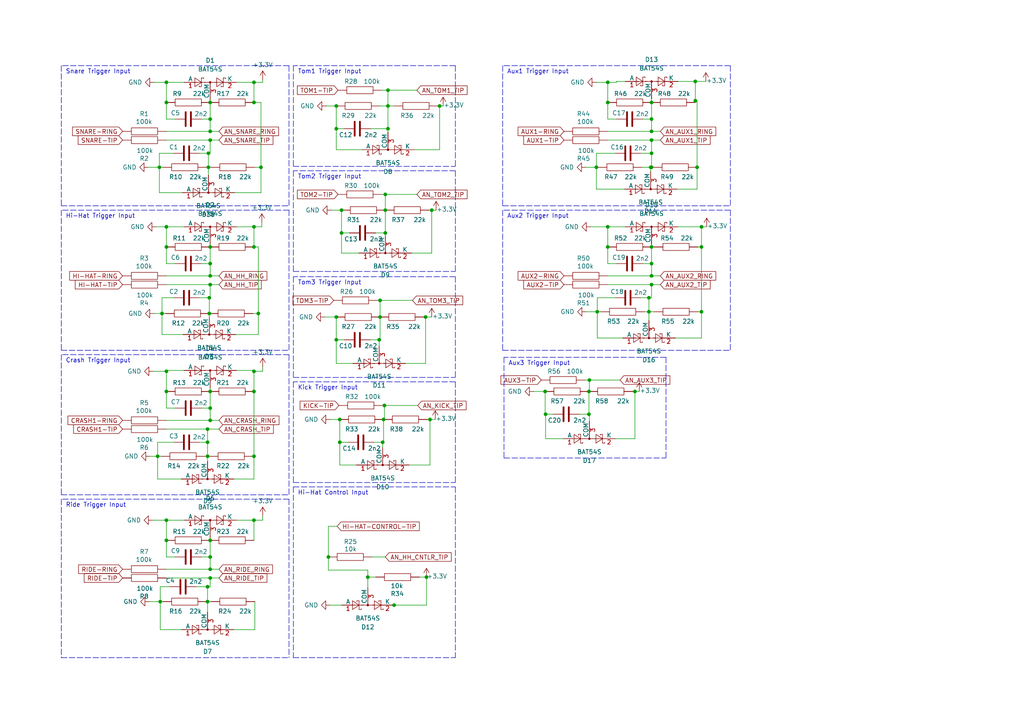
<source format=kicad_sch>
(kicad_sch (version 20230121) (generator eeschema)
  (paper "A4")
  (junction (at 97.536 37.338))
  (junction (at 48.26 23.876))
  (junction (at 203.454 90.424))
  (junction (at 97.536 30.734))
  (junction (at 48.26 150.876))
  (junction (at 75.692 48.514))
  (junction (at 158.242 120.142))
  (junction (at 60.96 167.64))
  (junction (at 73.66 71.628))
  (junction (at 188.976 71.628))
  (junction (at 97.536 91.948))
  (junction (at 110.998 128.27))
  (junction (at 99.06 60.96))
  (junction (at 170.815 120.142))
  (junction (at 176.276 71.628))
  (junction (at 48.26 29.718))
  (junction (at 158.115 113.538))
  (junction (at 60.96 80.01))
  (junction (at 188.976 48.514))
  (junction (at 74.93 90.932))
  (junction (at 188.976 34.544))
  (junction (at 188.976 29.718))
  (junction (at 202.184 48.514))
  (junction (at 188.976 82.55))
  (junction (at 188.976 40.64))
  (junction (at 60.96 121.92))
  (junction (at 99.06 67.564))
  (junction (at 203.454 65.786))
  (junction (at 188.976 76.454))
  (junction (at 176.276 29.718))
  (junction (at 173.228 90.424))
  (junction (at 73.66 107.696))
  (junction (at 46.228 48.514))
  (junction (at 60.96 118.364))
  (junction (at 111.252 121.666))
  (junction (at 60.96 156.718))
  (junction (at 114.3 175.514))
  (junction (at 124.714 121.666))
  (junction (at 60.198 174.498))
  (junction (at 60.706 90.932))
  (junction (at 110.236 91.948))
  (junction (at 48.26 113.538))
  (junction (at 60.96 165.1))
  (junction (at 73.66 150.876))
  (junction (at 60.96 40.64))
  (junction (at 60.96 29.718))
  (junction (at 60.96 71.628))
  (junction (at 112.522 37.338))
  (junction (at 48.26 107.696))
  (junction (at 60.96 113.538))
  (junction (at 60.198 124.46))
  (junction (at 98.552 121.666))
  (junction (at 111.76 67.564))
  (junction (at 201.676 29.21))
  (junction (at 73.66 65.786))
  (junction (at 170.815 113.538))
  (junction (at 60.198 170.18))
  (junction (at 172.974 48.514))
  (junction (at 170.942 110.236))
  (junction (at 188.976 38.1))
  (junction (at 111.506 117.602))
  (junction (at 73.66 132.334))
  (junction (at 60.198 128.27))
  (junction (at 109.982 98.552))
  (junction (at 95.25 161.544))
  (junction (at 176.276 23.876))
  (junction (at 60.96 34.544))
  (junction (at 60.198 132.334))
  (junction (at 46.99 90.932))
  (junction (at 123.698 167.386))
  (junction (at 60.96 161.544))
  (junction (at 98.552 128.27))
  (junction (at 127.508 30.734))
  (junction (at 60.452 48.514))
  (junction (at 201.676 23.622))
  (junction (at 203.454 71.628))
  (junction (at 73.66 23.876))
  (junction (at 188.722 48.514))
  (junction (at 45.72 132.334))
  (junction (at 111.76 60.96))
  (junction (at 111.76 56.388))
  (junction (at 184.15 113.538))
  (junction (at 112.522 30.734))
  (junction (at 73.66 113.538))
  (junction (at 60.96 38.1))
  (junction (at 48.26 71.628))
  (junction (at 188.214 90.424))
  (junction (at 97.536 98.552))
  (junction (at 123.444 91.948))
  (junction (at 60.96 82.55))
  (junction (at 48.26 65.786))
  (junction (at 112.522 26.162))
  (junction (at 188.214 86.36))
  (junction (at 60.96 76.454))
  (junction (at 60.706 86.36))
  (junction (at 48.26 156.718))
  (junction (at 188.976 44.45))
  (junction (at 60.452 44.45))
  (junction (at 176.276 65.786))
  (junction (at 188.976 80.01))
  (junction (at 46.482 174.498))
  (junction (at 106.68 167.386))
  (junction (at 125.222 60.96))
  (junction (at 110.236 87.122))
  (junction (at 73.66 29.718))
  (wire (pts (xy 48.26 82.55) (xy 60.96 82.55)))
  (wire (pts (xy 57.912 86.36) (xy 60.706 86.36)))
  (wire (pts (xy 123.444 91.948) (xy 122.936 91.948)))
  (wire (pts (xy 121.666 167.386) (xy 123.698 167.386)))
  (wire (pts (xy 48.26 23.876) (xy 48.26 29.718)))
  (wire (pts (xy 188.214 86.36) (xy 188.214 90.424)))
  (wire (pts (xy 188.976 70.866) (xy 188.976 71.628)))
  (wire (pts (xy 108.458 128.27) (xy 110.998 128.27)))
  (wire (pts (xy 52.578 138.938) (xy 45.72 138.938)))
  (wire (pts (xy 61.214 174.498) (xy 60.198 174.498)))
  (wire (pts (xy 73.66 71.628) (xy 74.93 71.628)))
  (wire (pts (xy 172.974 54.864) (xy 172.974 48.514)))
  (wire (pts (xy 188.214 90.424) (xy 189.738 90.424)))
  (wire (pts (xy 46.228 48.514) (xy 47.244 48.514)))
  (wire (pts (xy 118.618 134.874) (xy 124.714 134.874)))
  (wire (pts (xy 45.339 65.786) (xy 48.26 65.786)))
  (wire (pts (xy 188.976 76.454) (xy 188.976 80.01)))
  (wire (pts (xy 127.508 30.734) (xy 128.524 30.734)))
  (wire (pts (xy 125.222 60.96) (xy 124.46 60.96)))
  (wire (pts (xy 48.26 165.1) (xy 60.96 165.1)))
  (polyline (pts (xy 83.82 102.87) (xy 83.82 143.51)) (stroke (width 0) (type dash)))
  (wire (pts (xy 57.912 44.45) (xy 60.452 44.45)))
  (wire (pts (xy 60.452 90.932) (xy 60.706 90.932)))
  (polyline (pts (xy 146.177 132.842) (xy 193.167 132.842)) (stroke (width 0) (type dash)))
  (polyline (pts (xy 83.82 144.78) (xy 83.82 190.754)) (stroke (width 0) (type dash)))
  (wire (pts (xy 202.438 90.424) (xy 203.454 90.424)))
  (wire (pts (xy 108.966 67.564) (xy 111.76 67.564)))
  (wire (pts (xy 48.26 80.01) (xy 60.96 80.01)))
  (wire (pts (xy 112.522 30.734) (xy 112.522 26.162)))
  (wire (pts (xy 106.68 165.354) (xy 106.68 167.386)))
  (wire (pts (xy 76.2 23.114) (xy 76.2 23.876)))
  (wire (pts (xy 60.96 29.718) (xy 60.96 34.544)))
  (wire (pts (xy 110.998 128.27) (xy 110.998 129.794)))
  (wire (pts (xy 49.276 170.18) (xy 46.482 170.18)))
  (wire (pts (xy 68.58 23.876) (xy 73.66 23.876)))
  (wire (pts (xy 48.26 107.696) (xy 48.26 113.538)))
  (wire (pts (xy 106.68 165.354) (xy 95.25 165.354)))
  (wire (pts (xy 48.26 124.46) (xy 60.198 124.46)))
  (wire (pts (xy 60.198 170.18) (xy 60.198 174.498)))
  (polyline (pts (xy 85.09 80.264) (xy 85.09 109.474)) (stroke (width 0) (type dash)))
  (polyline (pts (xy 85.09 141.224) (xy 132.08 141.224)) (stroke (width 0) (type dash)))
  (polyline (pts (xy 85.09 49.53) (xy 85.09 78.74)) (stroke (width 0) (type dash)))
  (wire (pts (xy 170.815 120.142) (xy 170.942 120.142)))
  (wire (pts (xy 203.454 65.786) (xy 204.978 65.786)))
  (wire (pts (xy 48.26 65.786) (xy 53.34 65.786)))
  (wire (pts (xy 97.536 105.41) (xy 97.536 98.552)))
  (polyline (pts (xy 132.08 110.744) (xy 132.08 139.954)) (stroke (width 0) (type dash)))
  (wire (pts (xy 76.2 106.426) (xy 76.2 107.696)))
  (wire (pts (xy 110.744 56.388) (xy 111.76 56.388)))
  (wire (pts (xy 107.95 161.544) (xy 111.76 161.544)))
  (polyline (pts (xy 145.796 60.96) (xy 145.796 101.6)) (stroke (width 0) (type dash)))
  (wire (pts (xy 60.452 48.514) (xy 60.452 50.8)))
  (wire (pts (xy 46.99 97.028) (xy 46.99 90.932)))
  (wire (pts (xy 188.976 48.514) (xy 189.484 48.514)))
  (wire (pts (xy 68.58 150.876) (xy 73.66 150.876)))
  (wire (pts (xy 48.26 150.876) (xy 48.26 156.718)))
  (polyline (pts (xy 132.08 19.05) (xy 132.08 48.26)) (stroke (width 0) (type dash)))
  (wire (pts (xy 46.482 182.626) (xy 46.482 174.498)))
  (wire (pts (xy 60.198 174.498) (xy 60.198 177.546)))
  (wire (pts (xy 73.66 150.876) (xy 73.66 156.718)))
  (wire (pts (xy 46.99 86.36) (xy 50.292 86.36)))
  (wire (pts (xy 60.96 40.64) (xy 60.96 44.45)))
  (wire (pts (xy 188.976 34.544) (xy 188.976 38.1)))
  (wire (pts (xy 60.198 124.46) (xy 63.5 124.46)))
  (wire (pts (xy 75.692 48.514) (xy 75.692 29.718)))
  (wire (pts (xy 73.406 90.932) (xy 74.93 90.932)))
  (polyline (pts (xy 17.78 144.78) (xy 17.78 190.754)) (stroke (width 0) (type dash)))
  (wire (pts (xy 201.676 29.21) (xy 201.676 29.718)))
  (wire (pts (xy 196.596 23.622) (xy 201.676 23.622)))
  (wire (pts (xy 160.401 120.142) (xy 158.242 120.142)))
  (wire (pts (xy 73.914 48.514) (xy 75.692 48.514)))
  (wire (pts (xy 176.276 71.628) (xy 176.276 76.454)))
  (wire (pts (xy 201.676 23.622) (xy 201.676 29.21)))
  (wire (pts (xy 60.96 40.64) (xy 63.5 40.64)))
  (wire (pts (xy 104.902 43.434) (xy 97.536 43.434)))
  (wire (pts (xy 60.198 132.334) (xy 60.198 133.858)))
  (wire (pts (xy 186.944 90.424) (xy 188.214 90.424)))
  (wire (pts (xy 202.184 48.514) (xy 202.184 29.21)))
  (wire (pts (xy 60.96 113.538) (xy 60.96 118.364)))
  (wire (pts (xy 107.442 98.552) (xy 109.982 98.552)))
  (wire (pts (xy 170.942 110.236) (xy 179.832 110.236)))
  (wire (pts (xy 97.536 98.552) (xy 97.536 91.948)))
  (wire (pts (xy 52.578 182.626) (xy 46.482 182.626)))
  (wire (pts (xy 48.26 118.364) (xy 50.8 118.364)))
  (wire (pts (xy 45.72 132.334) (xy 46.736 132.334)))
  (wire (pts (xy 158.242 120.142) (xy 158.242 127.254)))
  (wire (pts (xy 99.06 60.96) (xy 99.06 67.564)))
  (wire (pts (xy 176.276 34.544) (xy 178.816 34.544)))
  (wire (pts (xy 75.946 65.786) (xy 73.66 65.786)))
  (polyline (pts (xy 17.78 101.6) (xy 83.82 101.6)) (stroke (width 0) (type dash)))
  (wire (pts (xy 73.66 107.696) (xy 76.2 107.696)))
  (wire (pts (xy 111.252 128.27) (xy 111.252 121.666)))
  (wire (pts (xy 60.96 156.718) (xy 60.96 161.544)))
  (wire (pts (xy 48.26 71.628) (xy 48.26 76.454)))
  (wire (pts (xy 188.976 71.628) (xy 188.976 76.454)))
  (wire (pts (xy 171.323 65.786) (xy 176.276 65.786)))
  (wire (pts (xy 163.322 127.254) (xy 158.242 127.254)))
  (wire (pts (xy 109.982 98.552) (xy 109.982 100.33)))
  (wire (pts (xy 60.96 34.544) (xy 60.96 38.1)))
  (wire (pts (xy 68.58 107.442) (xy 73.66 107.442)))
  (polyline (pts (xy 211.836 19.05) (xy 145.796 19.05)) (stroke (width 0) (type dash)))
  (wire (pts (xy 178.816 23.622) (xy 178.816 23.876)))
  (wire (pts (xy 170.053 90.424) (xy 173.228 90.424)))
  (wire (pts (xy 176.276 38.1) (xy 188.976 38.1)))
  (polyline (pts (xy 85.09 78.74) (xy 132.08 78.74)) (stroke (width 0) (type dash)))
  (wire (pts (xy 123.444 91.948) (xy 125.222 91.948)))
  (polyline (pts (xy 85.09 141.224) (xy 85.09 190.754)) (stroke (width 0) (type dash)))
  (wire (pts (xy 111.506 117.602) (xy 111.506 121.666)))
  (wire (pts (xy 110.744 26.162) (xy 112.522 26.162)))
  (wire (pts (xy 112.522 37.338) (xy 112.522 30.734)))
  (wire (pts (xy 114.173 175.514) (xy 114.3 175.514)))
  (wire (pts (xy 60.96 112.522) (xy 60.96 113.538)))
  (polyline (pts (xy 145.796 101.6) (xy 211.836 101.6)) (stroke (width 0) (type dash)))
  (wire (pts (xy 43.053 48.514) (xy 46.228 48.514)))
  (wire (pts (xy 60.452 44.45) (xy 60.96 44.45)))
  (wire (pts (xy 68.58 65.786) (xy 73.66 65.786)))
  (wire (pts (xy 123.444 105.41) (xy 123.444 91.948)))
  (wire (pts (xy 46.228 44.45) (xy 50.292 44.45)))
  (wire (pts (xy 58.42 118.364) (xy 60.96 118.364)))
  (wire (pts (xy 97.536 43.434) (xy 97.536 37.338)))
  (wire (pts (xy 100.838 128.27) (xy 98.552 128.27)))
  (wire (pts (xy 48.26 29.718) (xy 48.26 34.544)))
  (wire (pts (xy 60.452 44.45) (xy 60.452 48.514)))
  (polyline (pts (xy 85.09 190.754) (xy 132.08 190.754)) (stroke (width 0) (type dash)))
  (wire (pts (xy 44.323 150.876) (xy 48.26 150.876)))
  (wire (pts (xy 75.946 64.516) (xy 75.946 65.786)))
  (wire (pts (xy 95.758 121.666) (xy 98.552 121.666)))
  (wire (pts (xy 68.326 97.028) (xy 74.93 97.028)))
  (wire (pts (xy 60.96 165.1) (xy 63.5 165.1)))
  (wire (pts (xy 188.976 44.45) (xy 188.976 48.514)))
  (polyline (pts (xy 193.167 103.632) (xy 193.167 132.842)) (stroke (width 0) (type dash)))
  (wire (pts (xy 48.26 167.64) (xy 60.96 167.64)))
  (wire (pts (xy 188.214 86.36) (xy 188.976 86.36)))
  (wire (pts (xy 110.998 117.602) (xy 111.506 117.602)))
  (wire (pts (xy 178.816 23.876) (xy 176.276 23.876)))
  (wire (pts (xy 180.594 98.044) (xy 173.228 98.044)))
  (wire (pts (xy 127.508 30.734) (xy 127 30.734)))
  (wire (pts (xy 48.26 156.718) (xy 48.26 161.544)))
  (wire (pts (xy 127.508 43.434) (xy 127.508 30.734)))
  (wire (pts (xy 75.692 55.88) (xy 75.692 48.514)))
  (wire (pts (xy 172.974 23.876) (xy 176.276 23.876)))
  (wire (pts (xy 112.522 30.734) (xy 114.3 30.734)))
  (wire (pts (xy 94.234 91.948) (xy 97.536 91.948)))
  (wire (pts (xy 61.214 48.514) (xy 60.452 48.514)))
  (wire (pts (xy 158.115 120.142) (xy 158.115 113.538)))
  (wire (pts (xy 172.974 48.514) (xy 173.482 48.514)))
  (wire (pts (xy 46.228 44.45) (xy 46.228 48.514)))
  (wire (pts (xy 43.307 174.498) (xy 44.577 174.498)))
  (polyline (pts (xy 83.82 60.96) (xy 17.78 60.96)) (stroke (width 0) (type dash)))
  (wire (pts (xy 186.436 34.544) (xy 188.976 34.544)))
  (polyline (pts (xy 17.78 143.51) (xy 83.82 143.51)) (stroke (width 0) (type dash)))
  (polyline (pts (xy 193.167 103.632) (xy 146.177 103.632)) (stroke (width 0) (type dash)))
  (wire (pts (xy 201.676 23.622) (xy 204.724 23.622)))
  (polyline (pts (xy 17.78 60.96) (xy 17.78 101.6)) (stroke (width 0) (type dash)))
  (wire (pts (xy 111.76 67.564) (xy 111.76 60.96)))
  (polyline (pts (xy 17.78 102.87) (xy 17.78 143.51)) (stroke (width 0) (type dash)))
  (wire (pts (xy 202.184 29.21) (xy 201.676 29.21)))
  (polyline (pts (xy 211.836 60.96) (xy 145.796 60.96)) (stroke (width 0) (type dash)))
  (wire (pts (xy 60.96 76.454) (xy 60.96 80.01)))
  (wire (pts (xy 60.96 28.956) (xy 60.96 29.718)))
  (wire (pts (xy 56.896 170.18) (xy 60.198 170.18)))
  (wire (pts (xy 112.522 38.354) (xy 112.522 37.338)))
  (wire (pts (xy 188.976 40.64) (xy 191.516 40.64)))
  (wire (pts (xy 53.34 107.442) (xy 48.26 107.442)))
  (wire (pts (xy 109.982 98.552) (xy 110.236 98.552)))
  (wire (pts (xy 52.832 55.88) (xy 46.228 55.88)))
  (wire (pts (xy 158.242 120.142) (xy 158.115 120.142)))
  (wire (pts (xy 172.974 44.45) (xy 172.974 48.514)))
  (wire (pts (xy 96.139 60.96) (xy 99.06 60.96)))
  (wire (pts (xy 74.93 90.932) (xy 74.93 71.628)))
  (wire (pts (xy 104.14 73.406) (xy 99.06 73.406)))
  (polyline (pts (xy 132.08 49.53) (xy 85.09 49.53)) (stroke (width 0) (type dash)))
  (wire (pts (xy 185.928 44.45) (xy 188.976 44.45)))
  (wire (pts (xy 48.26 121.92) (xy 60.96 121.92)))
  (wire (pts (xy 184.15 113.538) (xy 185.42 113.538)))
  (wire (pts (xy 67.818 138.938) (xy 73.66 138.938)))
  (polyline (pts (xy 211.836 60.96) (xy 211.836 101.6)) (stroke (width 0) (type dash)))
  (wire (pts (xy 73.66 113.538) (xy 73.66 132.334)))
  (polyline (pts (xy 145.796 19.05) (xy 145.796 59.69)) (stroke (width 0) (type dash)))
  (polyline (pts (xy 85.09 19.05) (xy 85.09 48.26)) (stroke (width 0) (type dash)))
  (wire (pts (xy 76.2 149.606) (xy 76.2 150.876)))
  (wire (pts (xy 73.66 132.334) (xy 73.66 138.938)))
  (wire (pts (xy 60.452 48.514) (xy 59.944 48.514)))
  (wire (pts (xy 60.706 86.36) (xy 60.706 90.932)))
  (wire (pts (xy 184.15 127.254) (xy 184.15 113.538)))
  (wire (pts (xy 102.362 105.41) (xy 97.536 105.41)))
  (polyline (pts (xy 17.78 59.69) (xy 83.82 59.69)) (stroke (width 0) (type dash)))
  (wire (pts (xy 188.976 82.55) (xy 188.976 86.36)))
  (polyline (pts (xy 83.82 144.78) (xy 17.78 144.78)) (stroke (width 0) (type dash)))
  (wire (pts (xy 46.482 170.18) (xy 46.482 174.498)))
  (wire (pts (xy 176.276 65.786) (xy 176.276 71.628)))
  (wire (pts (xy 188.976 40.64) (xy 188.976 44.45)))
  (wire (pts (xy 103.378 134.874) (xy 98.552 134.874)))
  (polyline (pts (xy 145.796 59.69) (xy 211.836 59.69)) (stroke (width 0) (type dash)))
  (wire (pts (xy 60.96 118.364) (xy 60.96 121.92)))
  (wire (pts (xy 48.26 23.876) (xy 53.34 23.876)))
  (wire (pts (xy 168.021 120.142) (xy 170.815 120.142)))
  (wire (pts (xy 73.66 107.442) (xy 73.66 107.696)))
  (wire (pts (xy 95.25 152.654) (xy 97.79 152.654)))
  (wire (pts (xy 98.552 128.27) (xy 98.552 134.874)))
  (wire (pts (xy 46.228 55.88) (xy 46.228 48.514)))
  (wire (pts (xy 60.96 161.544) (xy 60.96 165.1)))
  (wire (pts (xy 188.976 82.55) (xy 191.516 82.55)))
  (wire (pts (xy 73.914 182.626) (xy 73.914 174.498)))
  (wire (pts (xy 125.222 60.96) (xy 125.222 73.406)))
  (wire (pts (xy 123.698 167.386) (xy 123.698 175.514)))
  (wire (pts (xy 101.346 67.564) (xy 99.06 67.564)))
  (polyline (pts (xy 83.82 102.87) (xy 17.78 102.87)) (stroke (width 0) (type dash)))
  (wire (pts (xy 99.822 37.338) (xy 97.536 37.338)))
  (wire (pts (xy 110.236 30.734) (xy 112.522 30.734)))
  (wire (pts (xy 114.3 175.514) (xy 123.698 175.514)))
  (wire (pts (xy 44.704 90.932) (xy 46.99 90.932)))
  (polyline (pts (xy 85.09 48.26) (xy 132.08 48.26)) (stroke (width 0) (type dash)))
  (wire (pts (xy 111.76 67.564) (xy 111.76 68.326)))
  (wire (pts (xy 170.942 110.236) (xy 170.942 113.538)))
  (wire (pts (xy 59.436 132.334) (xy 60.198 132.334)))
  (wire (pts (xy 60.198 128.27) (xy 60.198 132.334)))
  (wire (pts (xy 188.976 29.718) (xy 188.976 34.544)))
  (wire (pts (xy 58.42 161.544) (xy 60.96 161.544)))
  (polyline (pts (xy 83.82 60.96) (xy 83.82 101.6)) (stroke (width 0) (type dash)))
  (wire (pts (xy 181.356 23.622) (xy 178.816 23.622)))
  (wire (pts (xy 60.96 167.64) (xy 60.96 170.18)))
  (polyline (pts (xy 132.08 141.224) (xy 132.08 190.754)) (stroke (width 0) (type dash)))
  (polyline (pts (xy 85.09 110.744) (xy 85.09 139.954)) (stroke (width 0) (type dash)))
  (wire (pts (xy 44.704 174.498) (xy 46.482 174.498)))
  (wire (pts (xy 188.214 92.964) (xy 188.214 90.424)))
  (wire (pts (xy 44.45 107.696) (xy 48.26 107.696)))
  (wire (pts (xy 173.228 86.36) (xy 178.308 86.36)))
  (wire (pts (xy 107.442 37.338) (xy 112.522 37.338)))
  (wire (pts (xy 60.198 170.18) (xy 60.96 170.18)))
  (wire (pts (xy 73.66 107.696) (xy 73.66 113.538)))
  (wire (pts (xy 196.596 65.786) (xy 203.454 65.786)))
  (wire (pts (xy 60.198 124.46) (xy 60.198 128.27)))
  (wire (pts (xy 73.66 23.876) (xy 73.66 29.718)))
  (wire (pts (xy 110.236 98.552) (xy 110.236 91.948)))
  (wire (pts (xy 186.182 48.514) (xy 188.722 48.514)))
  (wire (pts (xy 188.976 28.702) (xy 188.976 29.718)))
  (polyline (pts (xy 17.78 19.05) (xy 17.78 59.69)) (stroke (width 0) (type dash)))
  (wire (pts (xy 173.228 90.424) (xy 174.244 90.424)))
  (wire (pts (xy 176.276 23.876) (xy 176.276 29.718)))
  (wire (pts (xy 170.815 120.142) (xy 170.815 113.538)))
  (wire (pts (xy 73.66 65.786) (xy 73.66 71.628)))
  (wire (pts (xy 108.966 167.386) (xy 106.68 167.386)))
  (wire (pts (xy 188.976 80.01) (xy 191.516 80.01)))
  (wire (pts (xy 48.26 40.64) (xy 60.96 40.64)))
  (wire (pts (xy 186.436 76.454) (xy 188.976 76.454)))
  (wire (pts (xy 58.42 34.544) (xy 60.96 34.544)))
  (wire (pts (xy 176.276 29.718) (xy 176.276 34.544)))
  (wire (pts (xy 173.228 86.36) (xy 173.228 90.424)))
  (wire (pts (xy 60.96 80.01) (xy 63.5 80.01)))
  (wire (pts (xy 169.926 48.514) (xy 172.974 48.514)))
  (wire (pts (xy 188.722 48.514) (xy 188.976 48.514)))
  (wire (pts (xy 67.818 182.626) (xy 73.914 182.626)))
  (polyline (pts (xy 132.08 80.264) (xy 85.09 80.264)) (stroke (width 0) (type dash)))
  (polyline (pts (xy 132.08 110.744) (xy 85.09 110.744)) (stroke (width 0) (type dash)))
  (wire (pts (xy 124.714 121.666) (xy 126.238 121.666)))
  (wire (pts (xy 95.25 152.654) (xy 95.25 161.544)))
  (wire (pts (xy 119.38 73.406) (xy 125.222 73.406)))
  (wire (pts (xy 74.93 97.028) (xy 74.93 90.932)))
  (wire (pts (xy 48.26 65.786) (xy 48.26 71.628)))
  (wire (pts (xy 110.998 128.27) (xy 111.252 128.27)))
  (wire (pts (xy 176.276 76.454) (xy 178.816 76.454)))
  (wire (pts (xy 60.96 71.628) (xy 60.96 76.454)))
  (wire (pts (xy 48.26 107.442) (xy 48.26 107.696)))
  (polyline (pts (xy 85.09 109.474) (xy 132.08 109.474)) (stroke (width 0) (type dash)))
  (wire (pts (xy 125.222 60.96) (xy 126.492 60.96)))
  (wire (pts (xy 117.602 105.41) (xy 123.444 105.41)))
  (wire (pts (xy 57.912 128.27) (xy 60.198 128.27)))
  (wire (pts (xy 110.236 87.122) (xy 119.634 87.122)))
  (wire (pts (xy 106.68 167.386) (xy 106.68 170.434)))
  (wire (pts (xy 60.198 132.334) (xy 60.706 132.334)))
  (wire (pts (xy 60.96 155.956) (xy 60.96 156.718)))
  (wire (pts (xy 45.72 128.27) (xy 45.72 132.334)))
  (wire (pts (xy 73.406 132.334) (xy 73.66 132.334)))
  (wire (pts (xy 48.26 38.1) (xy 60.96 38.1)))
  (wire (pts (xy 176.276 80.01) (xy 188.976 80.01)))
  (polyline (pts (xy 85.09 139.954) (xy 132.08 139.954)) (stroke (width 0) (type dash)))
  (wire (pts (xy 188.976 38.1) (xy 191.516 38.1)))
  (wire (pts (xy 60.96 70.866) (xy 60.96 71.628)))
  (wire (pts (xy 95.758 175.514) (xy 99.06 175.514)))
  (wire (pts (xy 203.454 90.424) (xy 203.454 98.044)))
  (wire (pts (xy 60.198 174.498) (xy 59.944 174.498)))
  (wire (pts (xy 172.974 44.45) (xy 178.308 44.45)))
  (wire (pts (xy 110.236 87.122) (xy 110.236 91.948)))
  (wire (pts (xy 73.66 23.876) (xy 76.2 23.876)))
  (wire (pts (xy 60.96 167.64) (xy 63.5 167.64)))
  (wire (pts (xy 46.482 174.498) (xy 47.244 174.498)))
  (wire (pts (xy 60.706 90.932) (xy 60.706 91.948)))
  (wire (pts (xy 60.706 86.36) (xy 60.96 86.36)))
  (wire (pts (xy 60.96 82.55) (xy 63.5 82.55)))
  (wire (pts (xy 184.15 113.538) (xy 183.515 113.538)))
  (wire (pts (xy 111.76 56.388) (xy 120.904 56.388)))
  (wire (pts (xy 176.276 82.55) (xy 188.976 82.55)))
  (wire (pts (xy 53.086 97.028) (xy 46.99 97.028)))
  (wire (pts (xy 202.184 54.864) (xy 202.184 48.514)))
  (wire (pts (xy 60.96 121.92) (xy 63.5 121.92)))
  (wire (pts (xy 111.76 56.388) (xy 111.76 60.96)))
  (wire (pts (xy 203.454 71.628) (xy 203.454 90.424)))
  (polyline (pts (xy 83.82 19.05) (xy 17.78 19.05)) (stroke (width 0) (type dash)))
  (wire (pts (xy 60.96 38.1) (xy 63.5 38.1)))
  (wire (pts (xy 170.942 122.174) (xy 170.942 120.142)))
  (wire (pts (xy 173.228 98.044) (xy 173.228 90.424)))
  (wire (pts (xy 111.506 117.602) (xy 121.158 117.602)))
  (wire (pts (xy 48.26 161.544) (xy 50.8 161.544)))
  (wire (pts (xy 50.292 128.27) (xy 45.72 128.27)))
  (wire (pts (xy 44.704 23.876) (xy 48.26 23.876)))
  (wire (pts (xy 120.142 43.434) (xy 127.508 43.434)))
  (wire (pts (xy 176.276 65.786) (xy 181.356 65.786)))
  (polyline (pts (xy 146.177 103.632) (xy 146.177 132.842)) (stroke (width 0) (type dash)))
  (wire (pts (xy 181.102 54.864) (xy 172.974 54.864)))
  (wire (pts (xy 124.714 121.666) (xy 123.952 121.666)))
  (polyline (pts (xy 211.836 19.05) (xy 211.836 59.69)) (stroke (width 0) (type dash)))
  (wire (pts (xy 188.976 71.628) (xy 189.738 71.628)))
  (polyline (pts (xy 17.78 190.754) (xy 83.82 190.754)) (stroke (width 0) (type dash)))
  (wire (pts (xy 98.552 121.666) (xy 98.552 128.27)))
  (wire (pts (xy 176.276 40.64) (xy 188.976 40.64)))
  (wire (pts (xy 48.26 150.876) (xy 53.34 150.876)))
  (wire (pts (xy 94.615 30.734) (xy 97.536 30.734)))
  (wire (pts (xy 99.06 67.564) (xy 99.06 73.406)))
  (wire (pts (xy 48.26 113.538) (xy 48.26 118.364)))
  (wire (pts (xy 73.66 150.876) (xy 76.2 150.876)))
  (wire (pts (xy 43.561 132.334) (xy 45.72 132.334)))
  (wire (pts (xy 48.26 76.454) (xy 50.8 76.454)))
  (wire (pts (xy 48.26 34.544) (xy 50.8 34.544)))
  (polyline (pts (xy 132.08 19.05) (xy 85.09 19.05)) (stroke (width 0) (type dash)))
  (polyline (pts (xy 132.08 49.53) (xy 132.08 78.74)) (stroke (width 0) (type dash)))
  (wire (pts (xy 46.99 90.932) (xy 46.99 86.36)))
  (wire (pts (xy 58.42 76.454) (xy 60.96 76.454)))
  (wire (pts (xy 178.562 127.254) (xy 184.15 127.254)))
  (wire (pts (xy 195.834 98.044) (xy 203.454 98.044)))
  (wire (pts (xy 95.25 161.544) (xy 95.25 165.354)))
  (wire (pts (xy 185.928 86.36) (xy 188.214 86.36)))
  (wire (pts (xy 46.99 90.932) (xy 48.006 90.932)))
  (wire (pts (xy 196.342 54.864) (xy 202.184 54.864)))
  (wire (pts (xy 99.822 98.552) (xy 97.536 98.552)))
  (wire (pts (xy 75.692 29.718) (xy 73.66 29.718)))
  (wire (pts (xy 124.714 134.874) (xy 124.714 121.666)))
  (wire (pts (xy 202.438 71.628) (xy 203.454 71.628)))
  (wire (pts (xy 203.454 65.786) (xy 203.454 71.628)))
  (wire (pts (xy 60.96 82.55) (xy 60.96 86.36)))
  (polyline (pts (xy 132.08 80.264) (xy 132.08 109.474)) (stroke (width 0) (type dash)))
  (wire (pts (xy 188.722 49.784) (xy 188.722 48.514)))
  (wire (pts (xy 109.474 87.122) (xy 110.236 87.122)))
  (wire (pts (xy 45.72 138.938) (xy 45.72 132.334)))
  (polyline (pts (xy 83.82 19.05) (xy 83.82 59.69)) (stroke (width 0) (type dash)))
  (wire (pts (xy 68.072 55.88) (xy 75.692 55.88)))
  (wire (pts (xy 169.672 110.236) (xy 170.942 110.236)))
  (wire (pts (xy 97.536 37.338) (xy 97.536 30.734)))
  (wire (pts (xy 112.522 26.162) (xy 120.904 26.162)))
  (wire (pts (xy 154.813 113.538) (xy 158.115 113.538)))
  (text "Tom1 Trigger Input" (at 86.36 21.59 0) (effects (font (size 1.27 1.27)) (justify left bottom)))
  (text "Aux3 Trigger Input" (at 147.447 106.172 0) (effects (font (size 1.27 1.27)) (justify left bottom)))
  (text "Tom3 Trigger Input" (at 86.36 82.804 0) (effects (font (size 1.27 1.27)) (justify left bottom)))
  (text "Hi-Hat Trigger Input" (at 19.05 63.5 0) (effects (font (size 1.27 1.27)) (justify left bottom)))
  (text "Aux1 Trigger Input" (at 147.066 21.59 0) (effects (font (size 1.27 1.27)) (justify left bottom)))
  (text "Ride Trigger Input" (at 19.05 147.32 0) (effects (font (size 1.27 1.27)) (justify left bottom)))
  (text "Kick Trigger Input" (at 86.36 113.284 0) (effects (font (size 1.27 1.27)) (justify left bottom)))
  (text "Snare Trigger Input" (at 19.05 21.59 0) (effects (font (size 1.27 1.27)) (justify left bottom)))
  (text "Tom2 Trigger Input" (at 86.36 52.07 0) (effects (font (size 1.27 1.27)) (justify left bottom)))
  (text "Crash Trigger Input" (at 19.05 105.41 0) (effects (font (size 1.27 1.27)) (justify left bottom)))
  (text "Aux2 Trigger Input" (at 147.066 63.5 0) (effects (font (size 1.27 1.27)) (justify left bottom)))
  (text "Hi-Hat Control Input" (at 86.36 143.764 0) (effects (font (size 1.27 1.27)) (justify left bottom)))
  (global_label "AUX1-TIP" (shape input) (at 163.576 40.64 180) (property "Intersheetrefs" "${INTERSHEET_REFS}" (effects hide)) (property "Referenzen zwischen Schaltplänen" "${INTERSHEET_REFS}" (effects hide)))
  (global_label "AN_SNARE_TIP" (shape input) (at 63.5 40.64 0) (property "Intersheetrefs" "${INTERSHEET_REFS}" (effects hide)) (property "Referenzen zwischen Schaltplänen" "${INTERSHEET_REFS}" (effects hide)))
  (global_label "RIDE-RING" (shape input) (at 35.56 165.1 180) (property "Intersheetrefs" "${INTERSHEET_REFS}" (effects hide)) (property "Referenzen zwischen Schaltplänen" "${INTERSHEET_REFS}" (effects hide)))
  (global_label "TOM1-TIP" (shape input) (at 98.044 26.162 180) (property "Intersheetrefs" "${INTERSHEET_REFS}" (effects hide)) (property "Referenzen zwischen Schaltplänen" "${INTERSHEET_REFS}" (effects hide)))
  (global_label "HI-HAT-CONTROL-TIP" (shape input) (at 97.79 152.654 0) (property "Intersheetrefs" "${INTERSHEET_REFS}" (effects hide)) (property "Referenzen zwischen Schaltplänen" "${INTERSHEET_REFS}" (effects hide)))
  (global_label "CRASH1-RING" (shape input) (at 35.56 121.92 180) (property "Intersheetrefs" "${INTERSHEET_REFS}" (effects hide)) (property "Referenzen zwischen Schaltplänen" "${INTERSHEET_REFS}" (effects hide)))
  (global_label "AN_SNARE_RING" (shape input) (at 63.5 38.1 0) (property "Intersheetrefs" "${INTERSHEET_REFS}" (effects hide)) (property "Referenzen zwischen Schaltplänen" "${INTERSHEET_REFS}" (effects hide)))
  (global_label "AN_AUX2_TIP" (shape input) (at 191.516 82.55 0) (property "Intersheetrefs" "${INTERSHEET_REFS}" (effects hide)) (property "Referenzen zwischen Schaltplänen" "${INTERSHEET_REFS}" (effects hide)))
  (global_label "AN_KICK_TIP" (shape input) (at 121.158 117.602 0) (property "Intersheetrefs" "${INTERSHEET_REFS}" (effects hide)) (property "Referenzen zwischen Schaltplänen" "${INTERSHEET_REFS}" (effects hide)))
  (global_label "AN_RIDE_RING" (shape input) (at 63.5 165.1 0) (property "Intersheetrefs" "${INTERSHEET_REFS}" (effects hide)) (property "Referenzen zwischen Schaltplänen" "${INTERSHEET_REFS}" (effects hide)))
  (global_label "AN_HH_TIP" (shape input) (at 63.5 82.55 0) (property "Intersheetrefs" "${INTERSHEET_REFS}" (effects hide)) (property "Referenzen zwischen Schaltplänen" "${INTERSHEET_REFS}" (effects hide)))
  (global_label "CRASH1-TIP" (shape input) (at 35.56 124.46 180) (property "Intersheetrefs" "${INTERSHEET_REFS}" (effects hide)) (property "Referenzen zwischen Schaltplänen" "${INTERSHEET_REFS}" (effects hide)))
  (global_label "AUX3-TIP" (shape input) (at 156.972 110.236 180) (property "Intersheetrefs" "${INTERSHEET_REFS}" (effects hide)) (property "Referenzen zwischen Schaltplänen" "${INTERSHEET_REFS}" (effects hide)))
  (global_label "AN_HH_RING" (shape input) (at 63.5 80.01 0) (property "Intersheetrefs" "${INTERSHEET_REFS}" (effects hide)) (property "Referenzen zwischen Schaltplänen" "${INTERSHEET_REFS}" (effects hide)))
  (global_label "AN_RIDE_TIP" (shape input) (at 63.5 167.64 0) (property "Intersheetrefs" "${INTERSHEET_REFS}" (effects hide)) (property "Referenzen zwischen Schaltplänen" "${INTERSHEET_REFS}" (effects hide)))
  (global_label "AN_CRASH_RING" (shape input) (at 63.5 121.92 0) (property "Intersheetrefs" "${INTERSHEET_REFS}" (effects hide)) (property "Referenzen zwischen Schaltplänen" "${INTERSHEET_REFS}" (effects hide)))
  (global_label "KICK-TIP" (shape input) (at 98.298 117.602 180) (property "Intersheetrefs" "${INTERSHEET_REFS}" (effects hide)) (property "Referenzen zwischen Schaltplänen" "${INTERSHEET_REFS}" (effects hide)))
  (global_label "RIDE-TIP" (shape input) (at 35.56 167.64 180) (property "Intersheetrefs" "${INTERSHEET_REFS}" (effects hide)) (property "Referenzen zwischen Schaltplänen" "${INTERSHEET_REFS}" (effects hide)))
  (global_label "AUX1-RING" (shape input) (at 163.576 38.1 180) (property "Intersheetrefs" "${INTERSHEET_REFS}" (effects hide)) (property "Referenzen zwischen Schaltplänen" "${INTERSHEET_REFS}" (effects hide)))
  (global_label "AN_TOM1_TIP" (shape input) (at 120.904 26.162 0) (property "Intersheetrefs" "${INTERSHEET_REFS}" (effects hide)) (property "Referenzen zwischen Schaltplänen" "${INTERSHEET_REFS}" (effects hide)))
  (global_label "AUX2-TIP" (shape input) (at 163.576 82.55 180) (property "Intersheetrefs" "${INTERSHEET_REFS}" (effects hide)) (property "Referenzen zwischen Schaltplänen" "${INTERSHEET_REFS}" (effects hide)))
  (global_label "HI-HAT-TIP" (shape input) (at 35.56 82.55 180) (property "Intersheetrefs" "${INTERSHEET_REFS}" (effects hide)) (property "Referenzen zwischen Schaltplänen" "${INTERSHEET_REFS}" (effects hide)))
  (global_label "AN_AUX1_RING" (shape input) (at 191.516 38.1 0) (property "Intersheetrefs" "${INTERSHEET_REFS}" (effects hide)) (property "Referenzen zwischen Schaltplänen" "${INTERSHEET_REFS}" (effects hide)))
  (global_label "SNARE-TIP" (shape input) (at 35.56 40.64 180) (property "Intersheetrefs" "${INTERSHEET_REFS}" (effects hide)) (property "Referenzen zwischen Schaltplänen" "${INTERSHEET_REFS}" (effects hide)))
  (global_label "AN_AUX1_TIP" (shape input) (at 191.516 40.64 0) (property "Intersheetrefs" "${INTERSHEET_REFS}" (effects hide)) (property "Referenzen zwischen Schaltplänen" "${INTERSHEET_REFS}" (effects hide)))
  (global_label "AN_TOM3_TIP" (shape input) (at 119.634 87.122 0) (property "Intersheetrefs" "${INTERSHEET_REFS}" (effects hide)) (property "Referenzen zwischen Schaltplänen" "${INTERSHEET_REFS}" (effects hide)))
  (global_label "HI-HAT-RING" (shape input) (at 35.56 80.01 180) (property "Intersheetrefs" "${INTERSHEET_REFS}" (effects hide)) (property "Referenzen zwischen Schaltplänen" "${INTERSHEET_REFS}" (effects hide)))
  (global_label "AN_AUX3_TIP" (shape input) (at 179.832 110.236 0) (property "Intersheetrefs" "${INTERSHEET_REFS}" (effects hide)) (property "Referenzen zwischen Schaltplänen" "${INTERSHEET_REFS}" (effects hide)))
  (global_label "AN_CRASH_TIP" (shape input) (at 63.5 124.46 0) (property "Intersheetrefs" "${INTERSHEET_REFS}" (effects hide)) (property "Referenzen zwischen Schaltplänen" "${INTERSHEET_REFS}" (effects hide)))
  (global_label "AUX2-RING" (shape input) (at 163.576 80.01 180) (property "Intersheetrefs" "${INTERSHEET_REFS}" (effects hide)) (property "Referenzen zwischen Schaltplänen" "${INTERSHEET_REFS}" (effects hide)))
  (global_label "SNARE-RING" (shape input) (at 35.56 38.1 180) (property "Intersheetrefs" "${INTERSHEET_REFS}" (effects hide)) (property "Referenzen zwischen Schaltplänen" "${INTERSHEET_REFS}" (effects hide)))
  (global_label "AN_TOM2_TIP" (shape input) (at 120.904 56.388 0) (property "Intersheetrefs" "${INTERSHEET_REFS}" (effects hide)) (property "Referenzen zwischen Schaltplänen" "${INTERSHEET_REFS}" (effects hide)))
  (global_label "AN_HH_CNTLR_TIP" (shape input) (at 111.76 161.544 0) (property "Intersheetrefs" "${INTERSHEET_REFS}" (effects hide)) (property "Referenzen zwischen Schaltplänen" "${INTERSHEET_REFS}" (effects hide)))
  (global_label "TOM3-TIP" (shape input) (at 96.774 87.122 180) (property "Intersheetrefs" "${INTERSHEET_REFS}" (effects hide)) (property "Referenzen zwischen Schaltplänen" "${INTERSHEET_REFS}" (effects hide)))
  (global_label "AN_AUX2_RING" (shape input) (at 191.516 80.01 0) (property "Intersheetrefs" "${INTERSHEET_REFS}" (effects hide)) (property "Referenzen zwischen Schaltplänen" "${INTERSHEET_REFS}" (effects hide)))
  (global_label "TOM2-TIP" (shape input) (at 98.044 56.388 180) (property "Intersheetrefs" "${INTERSHEET_REFS}" (effects hide)) (property "Referenzen zwischen Schaltplänen" "${INTERSHEET_REFS}" (effects hide)))
  (symbol (lib_id "pspice:R") (at 169.926 40.64 90) (unit 1)
    (property "Reference" "R45" (at 171.196 45.974 90) (effects (justify left)))
    (property "Value" "100k" (at 172.466 43.688 90) (effects (justify left)))
    (property "Footprint" "Resistor_SMD:R_1206_3216Metric" (effects hide))
  )
  (symbol (lib_id "pspice:R") (at 41.91 40.64 90) (unit 1)
    (property "Reference" "R2" (at 43.18 45.974 90) (effects (justify left)))
    (property "Value" "100k" (at 44.45 43.688 90) (effects (justify left)))
    (property "Footprint" "Resistor_SMD:R_1206_3216Metric" (effects hide))
  )
  (symbol (lib_id "Device:C") (at 182.626 76.454 270) (unit 1)
    (property "Reference" "C19" (at 177.546 74.676 90) (effects (justify left)))
    (property "Value" "2n2" (at 184.404 74.93 90) (effects (justify left)))
    (property "Footprint" "Capacitor_SMD:C_1206_3216Metric" (effects hide))
  )
  (symbol (lib_id "Device:C") (at 54.61 118.364 270) (unit 1)
    (property "Reference" "C7" (at 49.53 116.586 90) (effects (justify left)))
    (property "Value" "2n2" (at 56.388 116.84 90) (effects (justify left)))
    (property "Footprint" "Capacitor_SMD:C_1206_3216Metric" (effects hide))
  )
  (symbol (lib_id "power:GND") (at 44.704 90.932 270) (unit 1)
    (property "Reference" "#PWR044" (effects hide))
    (property "Value" "GND" (at 41.275 90.932 90) (effects (justify right)))
  )
  (symbol (lib_id "Device:C") (at 53.086 170.18 270) (unit 1)
    (property "Reference" "C4" (at 48.006 168.402 90) (effects (justify left)))
    (property "Value" "2n2" (at 54.864 168.656 90) (effects (justify left)))
    (property "Footprint" "Capacitor_SMD:C_1206_3216Metric" (effects hide))
  )
  (symbol (lib_id "power:+3.3V") (at 204.978 65.786 0) (unit 1)
    (property "Reference" "#PWR015" (effects hide))
    (property "Value" "+3.3V" (at 208.026 65.532 0))
  )
  (symbol (lib_id "pspice:R") (at 67.31 71.628 270) (unit 1)
    (property "Reference" "R19" (at 62.738 69.088 90) (effects (justify left)))
    (property "Value" "22k" (at 68.58 69.088 90) (effects (justify left)))
    (property "Footprint" "Resistor_SMD:R_1206_3216Metric" (effects hide))
  )
  (symbol (lib_id "Device:C") (at 182.118 86.36 270) (unit 1)
    (property "Reference" "C18" (at 177.038 84.582 90) (effects (justify left)))
    (property "Value" "2n2" (at 183.896 84.836 90) (effects (justify left)))
    (property "Footprint" "Capacitor_SMD:C_1206_3216Metric" (effects hide))
  )
  (symbol (lib_id "power:GND") (at 43.053 48.514 270) (unit 1)
    (property "Reference" "#PWR042" (effects hide))
    (property "Value" "GND" (at 39.624 48.514 90) (effects (justify right)))
  )
  (symbol (lib_id "pspice:R") (at 177.165 113.538 270) (unit 1)
    (property "Reference" "R58" (at 172.593 116.332 90) (effects (justify left)))
    (property "Value" "22k" (at 178.943 116.332 90) (effects (justify left)))
    (property "Footprint" "Resistor_SMD:R_1206_3216Metric" (effects hide))
  )
  (symbol (lib_id "Diode:BAT54S") (at 60.198 182.626 0) (mirror x) (unit 1)
    (property "Reference" "D7" (at 60.198 188.976 0))
    (property "Value" "BAT54S" (at 60.198 186.436 0))
    (property "Footprint" "Package_TO_SOT_SMD:SOT-23" (effects hide))
    (property "Datasheet" "https://www.diodes.com/assets/Datasheets/ds11005.pdf" (effects hide))
  )
  (symbol (lib_id "pspice:R") (at 104.648 117.602 270) (unit 1)
    (property "Reference" "R32" (at 100.076 115.062 90) (effects (justify left)))
    (property "Value" "100k" (at 105.664 115.062 90) (effects (justify left)))
    (property "Footprint" "Resistor_SMD:R_1206_3216Metric" (effects hide))
  )
  (symbol (lib_id "pspice:R") (at 105.41 60.96 270) (unit 1)
    (property "Reference" "R31" (at 100.584 63.754 90) (effects (justify left)))
    (property "Value" "22k" (at 107.188 63.754 90) (effects (justify left)))
    (property "Footprint" "Resistor_SMD:R_1206_3216Metric" (effects hide))
  )
  (symbol (lib_id "pspice:R") (at 117.602 121.666 270) (unit 1)
    (property "Reference" "R38" (at 113.03 124.46 90) (effects (justify left)))
    (property "Value" "22k" (at 119.38 124.46 90) (effects (justify left)))
    (property "Footprint" "Resistor_SMD:R_1206_3216Metric" (effects hide))
  )
  (symbol (lib_id "power:GND") (at 44.323 150.876 270) (unit 1)
    (property "Reference" "#PWR047" (effects hide))
    (property "Value" "GND" (at 40.894 150.876 90) (effects (justify right)))
  )
  (symbol (lib_id "pspice:R") (at 41.91 80.01 90) (unit 1)
    (property "Reference" "R3" (at 43.18 74.93 90) (effects (justify left)))
    (property "Value" "100k" (at 44.196 77.216 90) (effects (justify left)))
    (property "Footprint" "Resistor_SMD:R_1206_3216Metric" (effects hide))
  )
  (symbol (lib_id "power:+3.3V") (at 125.222 91.948 0) (unit 1)
    (property "Reference" "#PWR010" (effects hide))
    (property "Value" "+3.3V" (at 128.27 91.694 0))
  )
  (symbol (lib_id "Device:C") (at 164.211 120.142 270) (unit 1)
    (property "Reference" "C20" (at 158.877 121.92 90) (effects (justify left)))
    (property "Value" "2n2" (at 166.243 121.92 90) (effects (justify left)))
    (property "Footprint" "Capacitor_SMD:C_1206_3216Metric" (effects hide))
  )
  (symbol (lib_id "pspice:R") (at 53.086 132.334 270) (unit 1)
    (property "Reference" "R14" (at 48.514 135.128 90) (effects (justify left)))
    (property "Value" "22k" (at 54.356 135.128 90) (effects (justify left)))
    (property "Footprint" "Resistor_SMD:R_1206_3216Metric" (effects hide))
  )
  (symbol (lib_id "pspice:R") (at 41.91 165.1 90) (unit 1)
    (property "Reference" "R7" (at 43.18 160.02 90) (effects (justify left)))
    (property "Value" "100k" (at 44.196 162.306 90) (effects (justify left)))
    (property "Footprint" "Resistor_SMD:R_1206_3216Metric" (effects hide))
  )
  (symbol (lib_id "pspice:R") (at 196.088 71.628 270) (unit 1)
    (property "Reference" "R54" (at 191.516 69.088 90) (effects (justify left)))
    (property "Value" "22k" (at 197.358 69.088 90) (effects (justify left)))
    (property "Footprint" "Resistor_SMD:R_1206_3216Metric" (effects hide))
  )
  (symbol (lib_id "Diode:BAT54S") (at 170.942 127.254 0) (mirror x) (unit 1)
    (property "Reference" "D17" (at 170.942 133.604 0))
    (property "Value" "BAT54S" (at 170.942 131.064 0))
    (property "Footprint" "Package_TO_SOT_SMD:SOT-23" (effects hide))
    (property "Datasheet" "https://www.diodes.com/assets/Datasheets/ds11005.pdf" (effects hide))
  )
  (symbol (lib_id "pspice:R") (at 104.394 26.162 270) (unit 1)
    (property "Reference" "R28" (at 99.822 23.622 90) (effects (justify left)))
    (property "Value" "100k" (at 105.41 23.622 90) (effects (justify left)))
    (property "Footprint" "Resistor_SMD:R_1206_3216Metric" (effects hide))
  )
  (symbol (lib_id "Diode:BAT54S") (at 60.96 107.442 0) (unit 1)
    (property "Reference" "D4" (at 60.96 101.092 0))
    (property "Value" "BAT54S" (at 60.96 103.632 0))
    (property "Footprint" "Package_TO_SOT_SMD:SOT-23" (effects hide))
    (property "Datasheet" "https://www.diodes.com/assets/Datasheets/ds11005.pdf" (effects hide))
  )
  (symbol (lib_id "Diode:BAT54S") (at 110.998 134.874 0) (mirror x) (unit 1)
    (property "Reference" "D10" (at 110.998 141.224 0))
    (property "Value" "BAT54S" (at 110.998 138.684 0))
    (property "Footprint" "Package_TO_SOT_SMD:SOT-23" (effects hide))
    (property "Datasheet" "https://www.diodes.com/assets/Datasheets/ds11005.pdf" (effects hide))
  )
  (symbol (lib_id "power:GND") (at 172.974 23.876 270) (unit 1)
    (property "Reference" "#PWR054" (effects hide))
    (property "Value" "GND" (at 169.545 23.876 90) (effects (justify right)))
  )
  (symbol (lib_id "pspice:R") (at 41.91 82.55 90) (unit 1)
    (property "Reference" "R4" (at 43.18 87.884 90) (effects (justify left)))
    (property "Value" "100k" (at 44.45 85.598 90) (effects (justify left)))
    (property "Footprint" "Resistor_SMD:R_1206_3216Metric" (effects hide))
  )
  (symbol (lib_id "Diode:BAT54S") (at 188.214 98.044 0) (mirror x) (unit 1)
    (property "Reference" "D16" (at 188.214 104.394 0))
    (property "Value" "BAT54S" (at 188.214 101.854 0))
    (property "Footprint" "Package_TO_SOT_SMD:SOT-23" (effects hide))
    (property "Datasheet" "https://www.diodes.com/assets/Datasheets/ds11005.pdf" (effects hide))
  )
  (symbol (lib_id "pspice:R") (at 41.91 38.1 90) (unit 1)
    (property "Reference" "R1" (at 43.18 33.02 90) (effects (justify left)))
    (property "Value" "100k" (at 44.196 35.306 90) (effects (justify left)))
    (property "Footprint" "Resistor_SMD:R_1206_3216Metric" (effects hide))
  )
  (symbol (lib_id "pspice:R") (at 54.61 29.718 270) (unit 1)
    (property "Reference" "R9" (at 50.038 27.178 90) (effects (justify left)))
    (property "Value" "22k" (at 55.88 27.178 90) (effects (justify left)))
    (property "Footprint" "Resistor_SMD:R_1206_3216Metric" (effects hide))
  )
  (symbol (lib_id "pspice:R") (at 164.465 113.538 270) (unit 1)
    (property "Reference" "R57" (at 159.639 116.332 90) (effects (justify left)))
    (property "Value" "22k" (at 166.243 116.332 90) (effects (justify left)))
    (property "Footprint" "Resistor_SMD:R_1206_3216Metric" (effects hide))
  )
  (symbol (lib_id "Diode:BAT54S") (at 60.96 65.786 0) (unit 1)
    (property "Reference" "D2" (at 60.96 59.436 0))
    (property "Value" "BAT54S" (at 60.96 61.976 0))
    (property "Footprint" "Package_TO_SOT_SMD:SOT-23" (effects hide))
    (property "Datasheet" "https://www.diodes.com/assets/Datasheets/ds11005.pdf" (effects hide))
  )
  (symbol (lib_id "power:GND") (at 44.45 107.696 270) (unit 1)
    (property "Reference" "#PWR045" (effects hide))
    (property "Value" "GND" (at 41.021 107.696 90) (effects (justify right)))
  )
  (symbol (lib_id "power:GND") (at 154.813 113.538 270) (unit 1)
    (property "Reference" "#PWR058" (effects hide))
    (property "Value" "GND" (at 151.384 113.538 90) (effects (justify right)))
  )
  (symbol (lib_id "power:+3.3V") (at 185.42 113.538 0) (unit 1)
    (property "Reference" "#PWR014" (effects hide))
    (property "Value" "+3.3V" (at 188.468 113.284 0))
  )
  (symbol (lib_id "pspice:R") (at 54.61 71.628 270) (unit 1)
    (property "Reference" "R11" (at 50.038 69.088 90) (effects (justify left)))
    (property "Value" "22k" (at 55.88 69.088 90) (effects (justify left)))
    (property "Footprint" "Resistor_SMD:R_1206_3216Metric" (effects hide))
  )
  (symbol (lib_id "Diode:BAT54S") (at 60.96 150.876 0) (unit 1)
    (property "Reference" "D6" (at 60.96 144.526 0))
    (property "Value" "BAT54S" (at 60.96 147.066 0))
    (property "Footprint" "Package_TO_SOT_SMD:SOT-23" (effects hide))
    (property "Datasheet" "https://www.diodes.com/assets/Datasheets/ds11005.pdf" (effects hide))
  )
  (symbol (lib_id "power:+3.3V") (at 128.524 30.734 0) (unit 1)
    (property "Reference" "#PWR09" (effects hide))
    (property "Value" "+3.3V" (at 131.572 30.48 0))
  )
  (symbol (lib_id "power:+3.3V") (at 123.698 167.386 0) (unit 1)
    (property "Reference" "#PWR013" (effects hide))
    (property "Value" "+3.3V" (at 126.746 167.132 0))
  )
  (symbol (lib_id "pspice:R") (at 41.91 167.64 90) (unit 1)
    (property "Reference" "R8" (at 43.18 172.974 90) (effects (justify left)))
    (property "Value" "100k" (at 44.45 170.688 90) (effects (justify left)))
    (property "Footprint" "Resistor_SMD:R_1206_3216Metric" (effects hide))
  )
  (symbol (lib_id "Diode:BAT54S") (at 60.198 138.938 0) (mirror x) (unit 1)
    (property "Reference" "D5" (at 60.198 145.288 0))
    (property "Value" "BAT54S" (at 60.198 142.748 0))
    (property "Footprint" "Package_TO_SOT_SMD:SOT-23" (effects hide))
    (property "Datasheet" "https://www.diodes.com/assets/Datasheets/ds11005.pdf" (effects hide))
  )
  (symbol (lib_id "pspice:R") (at 195.326 29.718 270) (unit 1)
    (property "Reference" "R48" (at 190.754 27.178 90) (effects (justify left)))
    (property "Value" "22k" (at 196.596 27.178 90) (effects (justify left)))
    (property "Footprint" "Resistor_SMD:R_1206_3216Metric" (effects hide))
  )
  (symbol (lib_id "power:GND") (at 95.758 175.514 270) (unit 1)
    (property "Reference" "#PWR049" (effects hide))
    (property "Value" "GND" (at 92.329 175.514 90) (effects (justify right)))
  )
  (symbol (lib_id "pspice:R") (at 118.11 60.96 270) (unit 1)
    (property "Reference" "R37" (at 113.538 63.754 90) (effects (justify left)))
    (property "Value" "22k" (at 119.888 63.754 90) (effects (justify left)))
    (property "Footprint" "Resistor_SMD:R_1206_3216Metric" (effects hide))
  )
  (symbol (lib_id "pspice:R") (at 67.564 48.514 270) (unit 1)
    (property "Reference" "R18" (at 63.246 51.308 90) (effects (justify left)))
    (property "Value" "22k" (at 69.342 51.308 90) (effects (justify left)))
    (property "Footprint" "Resistor_SMD:R_1206_3216Metric" (effects hide))
  )
  (symbol (lib_id "power:+3.3V") (at 204.724 23.622 0) (unit 1)
    (property "Reference" "#PWR016" (effects hide))
    (property "Value" "+3.3V" (at 207.772 23.368 0))
  )
  (symbol (lib_id "pspice:R") (at 67.056 132.334 270) (unit 1)
    (property "Reference" "R22" (at 62.738 135.128 90) (effects (justify left)))
    (property "Value" "22k" (at 68.834 135.128 90) (effects (justify left)))
    (property "Footprint" "Resistor_SMD:R_1206_3216Metric" (effects hide))
  )
  (symbol (lib_id "Diode:BAT54S") (at 60.452 55.88 0) (mirror x) (unit 1)
    (property "Reference" "D38" (at 60.452 62.23 0))
    (property "Value" "BAT54S" (at 60.452 59.69 0))
    (property "Footprint" "Package_TO_SOT_SMD:SOT-23" (effects hide))
    (property "Datasheet" "https://www.diodes.com/assets/Datasheets/ds11005.pdf" (effects hide))
  )
  (symbol (lib_id "Device:C") (at 104.648 128.27 270) (unit 1)
    (property "Reference" "C14" (at 99.314 130.048 90) (effects (justify left)))
    (property "Value" "2n2" (at 106.68 130.048 90) (effects (justify left)))
    (property "Footprint" "Capacitor_SMD:C_1206_3216Metric" (effects hide))
  )
  (symbol (lib_id "pspice:R") (at 182.626 71.628 270) (unit 1)
    (property "Reference" "R52" (at 178.054 69.088 90) (effects (justify left)))
    (property "Value" "22k" (at 183.896 69.088 90) (effects (justify left)))
    (property "Footprint" "Resistor_SMD:R_1206_3216Metric" (effects hide))
  )
  (symbol (lib_id "power:GND") (at 171.323 65.786 270) (unit 1)
    (property "Reference" "#PWR056" (effects hide))
    (property "Value" "GND" (at 167.894 65.786 90) (effects (justify right)))
  )
  (symbol (lib_id "power:GND") (at 94.234 91.948 270) (unit 1)
    (property "Reference" "#PWR051" (effects hide))
    (property "Value" "GND" (at 90.805 91.948 90) (effects (justify right)))
  )
  (symbol (lib_id "pspice:R") (at 103.124 87.122 270) (unit 1)
    (property "Reference" "R26" (at 98.552 84.582 90) (effects (justify left)))
    (property "Value" "100k" (at 104.14 84.582 90) (effects (justify left)))
    (property "Footprint" "Resistor_SMD:R_1206_3216Metric" (effects hide))
  )
  (symbol (lib_id "Diode:BAT54S") (at 111.76 73.406 0) (mirror x) (unit 1)
    (property "Reference" "D9" (at 111.76 79.756 0))
    (property "Value" "BAT54S" (at 111.76 77.216 0))
    (property "Footprint" "Package_TO_SOT_SMD:SOT-23" (effects hide))
    (property "Datasheet" "https://www.diodes.com/assets/Datasheets/ds11005.pdf" (effects hide))
  )
  (symbol (lib_id "pspice:R") (at 54.61 113.538 270) (unit 1)
    (property "Reference" "R13" (at 50.038 110.998 90) (effects (justify left)))
    (property "Value" "22k" (at 55.88 110.998 90) (effects (justify left)))
    (property "Footprint" "Resistor_SMD:R_1206_3216Metric" (effects hide))
  )
  (symbol (lib_id "Device:C") (at 103.632 37.338 270) (unit 1)
    (property "Reference" "C12" (at 98.298 39.116 90) (effects (justify left)))
    (property "Value" "2n2" (at 105.664 39.116 90) (effects (justify left)))
    (property "Footprint" "Capacitor_SMD:C_1206_3216Metric" (effects hide))
  )
  (symbol (lib_id "pspice:R") (at 53.594 48.514 270) (unit 1)
    (property "Reference" "R10" (at 49.022 51.308 90) (effects (justify left)))
    (property "Value" "22k" (at 54.864 51.308 90) (effects (justify left)))
    (property "Footprint" "Resistor_SMD:R_1206_3216Metric" (effects hide))
  )
  (symbol (lib_id "pspice:R") (at 53.594 174.498 270) (unit 1)
    (property "Reference" "R16" (at 49.022 177.292 90) (effects (justify left)))
    (property "Value" "22k" (at 54.864 177.292 90) (effects (justify left)))
    (property "Footprint" "Resistor_SMD:R_1206_3216Metric" (effects hide))
  )
  (symbol (lib_id "power:GND") (at 96.139 60.96 270) (unit 1)
    (property "Reference" "#PWR052" (effects hide))
    (property "Value" "GND" (at 92.71 60.96 90) (effects (justify right)))
  )
  (symbol (lib_id "Diode:BAT54S") (at 188.976 23.622 0) (unit 1)
    (property "Reference" "D13" (at 188.976 17.272 0))
    (property "Value" "BAT54S" (at 188.976 19.812 0))
    (property "Footprint" "Package_TO_SOT_SMD:SOT-23" (effects hide))
    (property "Datasheet" "https://www.diodes.com/assets/Datasheets/ds11005.pdf" (effects hide))
  )
  (symbol (lib_id "power:GND") (at 169.926 48.514 270) (unit 1)
    (property "Reference" "#PWR055" (effects hide))
    (property "Value" "GND" (at 166.497 48.514 90) (effects (justify right)))
  )
  (symbol (lib_id "pspice:R") (at 67.31 29.718 270) (unit 1)
    (property "Reference" "R17" (at 62.738 27.178 90) (effects (justify left)))
    (property "Value" "22k" (at 68.58 27.178 90) (effects (justify left)))
    (property "Footprint" "Resistor_SMD:R_1206_3216Metric" (effects hide))
  )
  (symbol (lib_id "Device:C") (at 103.632 98.552 270) (unit 1)
    (property "Reference" "C10" (at 98.298 100.33 90) (effects (justify left)))
    (property "Value" "2n2" (at 105.664 100.33 90) (effects (justify left)))
    (property "Footprint" "Capacitor_SMD:C_1206_3216Metric" (effects hide))
  )
  (symbol (lib_id "Device:C") (at 54.61 161.544 270) (unit 1)
    (property "Reference" "C9" (at 49.53 159.766 90) (effects (justify left)))
    (property "Value" "2n2" (at 56.388 160.02 90) (effects (justify left)))
    (property "Footprint" "Capacitor_SMD:C_1206_3216Metric" (effects hide))
  )
  (symbol (lib_id "Diode:BAT54S") (at 188.976 65.786 0) (unit 1)
    (property "Reference" "D15" (at 188.976 59.436 0))
    (property "Value" "BAT54S" (at 188.976 61.976 0))
    (property "Footprint" "Package_TO_SOT_SMD:SOT-23" (effects hide))
    (property "Datasheet" "https://www.diodes.com/assets/Datasheets/ds11005.pdf" (effects hide))
  )
  (symbol (lib_id "pspice:R") (at 67.056 90.932 270) (unit 1)
    (property "Reference" "R20" (at 62.738 93.726 90) (effects (justify left)))
    (property "Value" "22k" (at 68.834 93.726 90) (effects (justify left)))
    (property "Footprint" "Resistor_SMD:R_1206_3216Metric" (effects hide))
  )
  (symbol (lib_id "power:+3.3V") (at 76.2 23.114 0) (unit 1)
    (property "Reference" "#PWR05" (effects hide))
    (property "Value" "+3.3V" (at 76.2 18.796 0))
  )
  (symbol (lib_id "Diode:BAT54S") (at 112.522 43.434 0) (mirror x) (unit 1)
    (property "Reference" "D8" (at 112.522 49.784 0))
    (property "Value" "BAT54S" (at 112.522 47.244 0))
    (property "Footprint" "Package_TO_SOT_SMD:SOT-23" (effects hide))
    (property "Datasheet" "https://www.diodes.com/assets/Datasheets/ds11005.pdf" (effects hide))
  )
  (symbol (lib_id "power:GND") (at 94.615 30.734 270) (unit 1)
    (property "Reference" "#PWR053" (effects hide))
    (property "Value" "GND" (at 91.186 30.734 90) (effects (justify right)))
  )
  (symbol (lib_id "power:GND") (at 95.758 121.666 270) (unit 1)
    (property "Reference" "#PWR050" (effects hide))
    (property "Value" "GND" (at 92.329 121.666 90) (effects (justify right)))
  )
  (symbol (lib_id "pspice:R") (at 196.088 90.424 270) (unit 1)
    (property "Reference" "R55" (at 191.77 93.218 90) (effects (justify left)))
    (property "Value" "22k" (at 197.866 93.218 90) (effects (justify left)))
    (property "Footprint" "Resistor_SMD:R_1206_3216Metric" (effects hide))
  )
  (symbol (lib_id "power:+3.3V") (at 126.492 60.96 0) (unit 1)
    (property "Reference" "#PWR011" (effects hide))
    (property "Value" "+3.3V" (at 129.54 60.706 0))
  )
  (symbol (lib_id "pspice:R") (at 67.31 156.718 270) (unit 1)
    (property "Reference" "R23" (at 62.738 154.178 90) (effects (justify left)))
    (property "Value" "22k" (at 68.58 154.178 90) (effects (justify left)))
    (property "Footprint" "Resistor_SMD:R_1206_3216Metric" (effects hide))
  )
  (symbol (lib_id "Diode:BAT54S") (at 188.722 54.864 0) (mirror x) (unit 1)
    (property "Reference" "D14" (at 188.722 61.214 0))
    (property "Value" "BAT54S" (at 188.722 58.674 0))
    (property "Footprint" "Package_TO_SOT_SMD:SOT-23" (effects hide))
    (property "Datasheet" "https://www.diodes.com/assets/Datasheets/ds11005.pdf" (effects hide))
  )
  (symbol (lib_id "Diode:BAT54S") (at 60.706 97.028 0) (mirror x) (unit 1)
    (property "Reference" "D3" (at 60.706 103.378 0))
    (property "Value" "BAT54S" (at 60.706 100.838 0))
    (property "Footprint" "Package_TO_SOT_SMD:SOT-23" (effects hide))
    (property "Datasheet" "https://www.diodes.com/assets/Datasheets/ds11005.pdf" (effects hide))
  )
  (symbol (lib_id "pspice:R") (at 104.902 121.666 270) (unit 1)
    (property "Reference" "R33" (at 100.076 124.46 90) (effects (justify left)))
    (property "Value" "22k" (at 106.68 124.46 90) (effects (justify left)))
    (property "Footprint" "Resistor_SMD:R_1206_3216Metric" (effects hide))
  )
  (symbol (lib_id "Device:C") (at 54.61 76.454 270) (unit 1)
    (property "Reference" "C6" (at 49.53 74.676 90) (effects (justify left)))
    (property "Value" "2n2" (at 56.388 74.93 90) (effects (justify left)))
    (property "Footprint" "Capacitor_SMD:C_1206_3216Metric" (effects hide))
  )
  (symbol (lib_id "power:+3.3V") (at 126.238 121.666 0) (unit 1)
    (property "Reference" "#PWR012" (effects hide))
    (property "Value" "+3.3V" (at 129.286 121.412 0))
  )
  (symbol (lib_id "Diode:BAT54S") (at 109.982 105.41 0) (mirror x) (unit 1)
    (property "Reference" "D11" (at 109.982 111.76 0))
    (property "Value" "BAT54S" (at 109.982 109.22 0))
    (property "Footprint" "Package_TO_SOT_SMD:SOT-23" (effects hide))
    (property "Datasheet" "https://www.diodes.com/assets/Datasheets/ds11005.pdf" (effects hide))
  )
  (symbol (lib_id "pspice:R") (at 169.926 38.1 90) (unit 1)
    (property "Reference" "R44" (at 171.196 33.02 90) (effects (justify left)))
    (property "Value" "100k" (at 172.212 35.306 90) (effects (justify left)))
    (property "Footprint" "Resistor_SMD:R_1206_3216Metric" (effects hide))
  )
  (symbol (lib_id "pspice:R") (at 67.31 113.538 270) (unit 1)
    (property "Reference" "R21" (at 62.738 110.998 90) (effects (justify left)))
    (property "Value" "22k" (at 68.58 110.998 90) (effects (justify left)))
    (property "Footprint" "Resistor_SMD:R_1206_3216Metric" (effects hide))
  )
  (symbol (lib_id "power:GND") (at 43.561 132.334 270) (unit 1)
    (property "Reference" "#PWR046" (effects hide))
    (property "Value" "GND" (at 40.132 132.334 90) (effects (justify right)))
  )
  (symbol (lib_id "pspice:R") (at 179.832 48.514 270) (unit 1)
    (property "Reference" "R47" (at 175.26 51.308 90) (effects (justify left)))
    (property "Value" "22k" (at 181.102 51.308 90) (effects (justify left)))
    (property "Footprint" "Resistor_SMD:R_1206_3216Metric" (effects hide))
  )
  (symbol (lib_id "pspice:R") (at 41.91 121.92 90) (unit 1)
    (property "Reference" "R5" (at 43.18 116.84 90) (effects (justify left)))
    (property "Value" "100k" (at 44.196 119.126 90) (effects (justify left)))
    (property "Footprint" "Resistor_SMD:R_1206_3216Metric" (effects hide))
  )
  (symbol (lib_id "power:+3.3V") (at 76.2 106.426 0) (unit 1)
    (property "Reference" "#PWR07" (effects hide))
    (property "Value" "+3.3V" (at 76.2 102.108 0))
  )
  (symbol (lib_id "pspice:R") (at 67.564 174.498 270) (unit 1)
    (property "Reference" "R24" (at 63.246 177.292 90) (effects (justify left)))
    (property "Value" "22k" (at 69.342 177.292 90) (effects (justify left)))
    (property "Footprint" "Resistor_SMD:R_1206_3216Metric" (effects hide))
  )
  (symbol (lib_id "pspice:R") (at 116.586 91.948 270) (unit 1)
    (property "Reference" "R35" (at 112.014 94.742 90) (effects (justify left)))
    (property "Value" "22k" (at 118.364 94.742 90) (effects (justify left)))
    (property "Footprint" "Resistor_SMD:R_1206_3216Metric" (effects hide))
  )
  (symbol (lib_id "pspice:R") (at 41.91 124.46 90) (unit 1)
    (property "Reference" "R6" (at 43.18 129.794 90) (effects (justify left)))
    (property "Value" "100k" (at 44.45 127.508 90) (effects (justify left)))
    (property "Footprint" "Resistor_SMD:R_1206_3216Metric" (effects hide))
  )
  (symbol (lib_id "power:+3.3V") (at 75.946 64.516 0) (unit 1)
    (property "Reference" "#PWR06" (effects hide))
    (property "Value" "+3.3V" (at 75.946 60.198 0))
  )
  (symbol (lib_id "pspice:R") (at 103.886 30.734 270) (unit 1)
    (property "Reference" "R29" (at 99.06 33.528 90) (effects (justify left)))
    (property "Value" "22k" (at 105.664 33.528 90) (effects (justify left)))
    (property "Footprint" "Resistor_SMD:R_1206_3216Metric" (effects hide))
  )
  (symbol (lib_id "pspice:R") (at 120.65 30.734 270) (unit 1)
    (property "Reference" "R36" (at 116.078 33.528 90) (effects (justify left)))
    (property "Value" "22k" (at 122.428 33.528 90) (effects (justify left)))
    (property "Footprint" "Resistor_SMD:R_1206_3216Metric" (effects hide))
  )
  (symbol (lib_id "Device:C") (at 54.102 128.27 270) (unit 1)
    (property "Reference" "C3" (at 49.022 126.492 90) (effects (justify left)))
    (property "Value" "2n2" (at 55.88 126.746 90) (effects (justify left)))
    (property "Footprint" "Capacitor_SMD:C_1206_3216Metric" (effects hide))
  )
  (symbol (lib_id "Device:C") (at 54.61 34.544 270) (unit 1)
    (property "Reference" "C5" (at 49.53 32.766 90) (effects (justify left)))
    (property "Value" "2n2" (at 56.388 33.02 90) (effects (justify left)))
    (property "Footprint" "Capacitor_SMD:C_1206_3216Metric" (effects hide))
  )
  (symbol (lib_id "Device:C") (at 105.156 67.564 270) (unit 1)
    (property "Reference" "C13" (at 99.822 69.342 90) (effects (justify left)))
    (property "Value" "2n2" (at 107.188 69.342 90) (effects (justify left)))
    (property "Footprint" "Capacitor_SMD:C_1206_3216Metric" (effects hide))
  )
  (symbol (lib_id "Device:C") (at 54.102 44.45 270) (unit 1)
    (property "Reference" "C1" (at 49.022 42.672 90) (effects (justify left)))
    (property "Value" "2n2" (at 55.88 42.926 90) (effects (justify left)))
    (property "Footprint" "Capacitor_SMD:C_1206_3216Metric" (effects hide))
  )
  (symbol (lib_id "pspice:R") (at 54.356 90.932 270) (unit 1)
    (property "Reference" "R12" (at 49.784 93.726 90) (effects (justify left)))
    (property "Value" "22k" (at 55.626 93.726 90) (effects (justify left)))
    (property "Footprint" "Resistor_SMD:R_1206_3216Metric" (effects hide))
  )
  (symbol (lib_id "Device:C") (at 182.626 34.544 270) (unit 1)
    (property "Reference" "C17" (at 177.546 32.766 90) (effects (justify left)))
    (property "Value" "2n2" (at 184.404 33.02 90) (effects (justify left)))
    (property "Footprint" "Capacitor_SMD:C_1206_3216Metric" (effects hide))
  )
  (symbol (lib_id "pspice:R") (at 54.61 156.718 270) (unit 1)
    (property "Reference" "R15" (at 50.038 154.178 90) (effects (justify left)))
    (property "Value" "22k" (at 55.88 154.178 90) (effects (justify left)))
    (property "Footprint" "Resistor_SMD:R_1206_3216Metric" (effects hide))
  )
  (symbol (lib_id "pspice:R") (at 169.926 80.01 90) (unit 1)
    (property "Reference" "R50" (at 171.196 74.93 90) (effects (justify left)))
    (property "Value" "100k" (at 172.212 77.216 90) (effects (justify left)))
    (property "Footprint" "Resistor_SMD:R_1206_3216Metric" (effects hide))
  )
  (symbol (lib_id "pspice:R") (at 103.886 91.948 270) (unit 1)
    (property "Reference" "R27" (at 99.06 94.742 90) (effects (justify left)))
    (property "Value" "22k" (at 105.664 94.742 90) (effects (justify left)))
    (property "Footprint" "Resistor_SMD:R_1206_3216Metric" (effects hide))
  )
  (symbol (lib_id "pspice:R") (at 195.834 48.514 270) (unit 1)
    (property "Reference" "R49" (at 191.516 51.308 90) (effects (justify left)))
    (property "Value" "22k" (at 197.612 51.308 90) (effects (justify left)))
    (property "Footprint" "Resistor_SMD:R_1206_3216Metric" (effects hide))
  )
  (symbol (lib_id "power:GND") (at 170.053 90.424 270) (unit 1)
    (property "Reference" "#PWR057" (effects hide))
    (property "Value" "GND" (at 166.624 90.424 90) (effects (justify right)))
  )
  (symbol (lib_id "pspice:R") (at 163.322 110.236 270) (unit 1)
    (property "Reference" "R56" (at 158.75 107.696 90) (effects (justify left)))
    (property "Value" "100k" (at 164.338 107.696 90) (effects (justify left)))
    (property "Footprint" "Resistor_SMD:R_1206_3216Metric" (effects hide))
  )
  (symbol (lib_id "power:+3.3V") (at 76.2 149.606 0) (unit 1)
    (property "Reference" "#PWR08" (effects hide))
    (property "Value" "+3.3V" (at 76.2 145.288 0))
  )
  (symbol (lib_id "pspice:R") (at 182.626 29.718 270) (unit 1)
    (property "Reference" "R46" (at 178.054 27.178 90) (effects (justify left)))
    (property "Value" "22k" (at 183.896 27.178 90) (effects (justify left)))
    (property "Footprint" "Resistor_SMD:R_1206_3216Metric" (effects hide))
  )
  (symbol (lib_id "pspice:R") (at 169.926 82.55 90) (unit 1)
    (property "Reference" "R51" (at 171.196 87.884 90) (effects (justify left)))
    (property "Value" "100k" (at 172.466 85.598 90) (effects (justify left)))
    (property "Footprint" "Resistor_SMD:R_1206_3216Metric" (effects hide))
  )
  (symbol (lib_id "Diode:BAT54S") (at 60.96 23.876 0) (unit 1)
    (property "Reference" "D1" (at 60.96 17.526 0))
    (property "Value" "BAT54S" (at 60.96 20.066 0))
    (property "Footprint" "Package_TO_SOT_SMD:SOT-23" (effects hide))
    (property "Datasheet" "https://www.diodes.com/assets/Datasheets/ds11005.pdf" (effects hide))
  )
  (symbol (lib_id "Diode:BAT54S") (at 106.68 175.514 0) (mirror x) (unit 1)
    (property "Reference" "D12" (at 106.68 181.864 0))
    (property "Value" "BAT54S" (at 106.68 179.324 0))
    (property "Footprint" "Package_TO_SOT_SMD:SOT-23" (effects hide))
    (property "Datasheet" "https://www.diodes.com/assets/Datasheets/ds11005.pdf" (effects hide))
  )
  (symbol (lib_id "Device:C") (at 54.102 86.36 270) (unit 1)
    (property "Reference" "C2" (at 49.022 84.582 90) (effects (justify left)))
    (property "Value" "2n2" (at 55.88 84.836 90) (effects (justify left)))
    (property "Footprint" "Capacitor_SMD:C_1206_3216Metric" (effects hide))
  )
  (symbol (lib_id "Device:C") (at 182.118 44.45 270) (unit 1)
    (property "Reference" "C16" (at 177.038 42.672 90) (effects (justify left)))
    (property "Value" "2n2" (at 183.896 42.926 90) (effects (justify left)))
    (property "Footprint" "Capacitor_SMD:C_1206_3216Metric" (effects hide))
  )
  (symbol (lib_id "pspice:R") (at 101.6 161.544 270) (unit 1)
    (property "Reference" "R25" (at 99.695 157.099 90) (effects (justify left)))
    (property "Value" "10k" (at 99.822 159.258 90) (effects (justify left)))
    (property "Footprint" "Resistor_SMD:R_1206_3216Metric" (effects hide))
  )
  (symbol (lib_id "power:GND") (at 45.339 65.786 270) (unit 1)
    (property "Reference" "#PWR043" (effects hide))
    (property "Value" "GND" (at 41.91 65.786 90) (effects (justify right)))
  )
  (symbol (lib_id "power:GND") (at 43.307 174.498 270) (unit 1)
    (property "Reference" "#PWR048" (effects hide))
    (property "Value" "GND" (at 39.878 174.498 90) (effects (justify right)))
  )
  (symbol (lib_id "pspice:R") (at 115.316 167.386 270) (unit 1)
    (property "Reference" "R34" (at 113.284 172.212 90) (effects (justify left)))
    (property "Value" "10k" (at 113.284 169.926 90) (effects (justify left)))
    (property "Footprint" "Resistor_SMD:R_1206_3216Metric" (effects hide))
  )
  (symbol (lib_id "pspice:R") (at 104.394 56.388 270) (unit 1)
    (property "Reference" "R30" (at 99.822 53.848 90) (effects (justify left)))
    (property "Value" "100k" (at 105.41 53.848 90) (effects (justify left)))
    (property "Footprint" "Resistor_SMD:R_1206_3216Metric" (effects hide))
  )
  (symbol (lib_id "power:GND") (at 44.704 23.876 270) (unit 1)
    (property "Reference" "#PWR041" (effects hide))
    (property "Value" "GND" (at 41.275 23.876 90) (effects (justify right)))
  )
  (symbol (lib_id "pspice:R") (at 180.594 90.424 270) (unit 1)
    (property "Reference" "R53" (at 176.022 93.218 90) (effects (justify left)))
    (property "Value" "22k" (at 181.864 93.218 90) (effects (justify left)))
    (property "Footprint" "Resistor_SMD:R_1206_3216Metric" (effects hide))
  )
)
</source>
